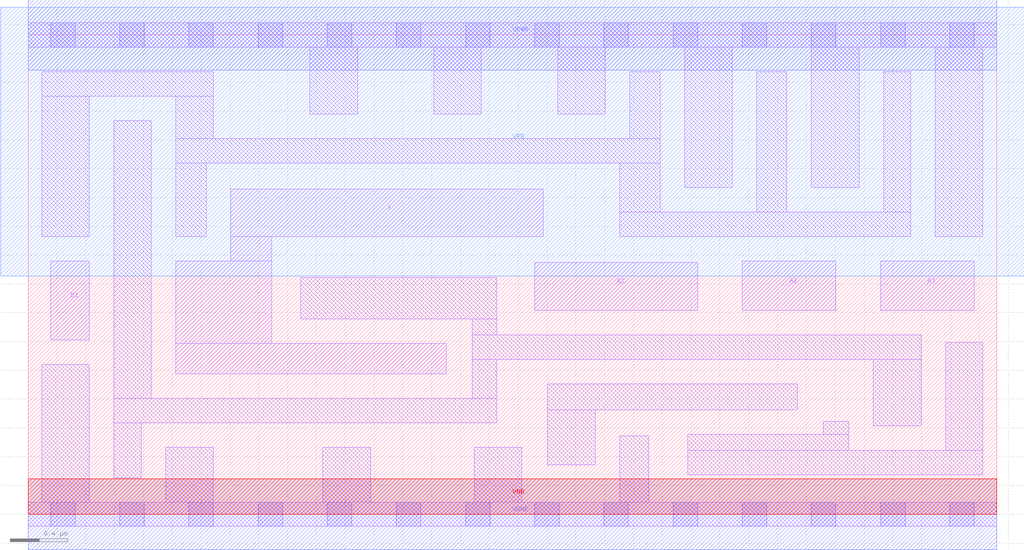
<source format=lef>
# Copyright 2020 The SkyWater PDK Authors
#
# Licensed under the Apache License, Version 2.0 (the "License");
# you may not use this file except in compliance with the License.
# You may obtain a copy of the License at
#
#     https://www.apache.org/licenses/LICENSE-2.0
#
# Unless required by applicable law or agreed to in writing, software
# distributed under the License is distributed on an "AS IS" BASIS,
# WITHOUT WARRANTIES OR CONDITIONS OF ANY KIND, either express or implied.
# See the License for the specific language governing permissions and
# limitations under the License.
#
# SPDX-License-Identifier: Apache-2.0

VERSION 5.7 ;
  NOWIREEXTENSIONATPIN ON ;
  DIVIDERCHAR "/" ;
  BUSBITCHARS "[]" ;
MACRO sky130_fd_sc_lp__a31o_4
  CLASS CORE ;
  FOREIGN sky130_fd_sc_lp__a31o_4 ;
  ORIGIN  0.000000  0.000000 ;
  SIZE  6.720000 BY  3.330000 ;
  SYMMETRY X Y R90 ;
  SITE unit ;
  PIN A1
    ANTENNAGATEAREA  0.630000 ;
    DIRECTION INPUT ;
    USE SIGNAL ;
    PORT
      LAYER li1 ;
        RECT 5.915000 1.415000 6.565000 1.760000 ;
    END
  END A1
  PIN A2
    ANTENNAGATEAREA  0.630000 ;
    DIRECTION INPUT ;
    USE SIGNAL ;
    PORT
      LAYER li1 ;
        RECT 4.955000 1.415000 5.605000 1.760000 ;
    END
  END A2
  PIN A3
    ANTENNAGATEAREA  0.630000 ;
    DIRECTION INPUT ;
    USE SIGNAL ;
    PORT
      LAYER li1 ;
        RECT 3.515000 1.415000 4.645000 1.750000 ;
    END
  END A3
  PIN B1
    ANTENNAGATEAREA  0.630000 ;
    DIRECTION INPUT ;
    USE SIGNAL ;
    PORT
      LAYER li1 ;
        RECT 0.155000 1.210000 0.425000 1.760000 ;
    END
  END B1
  PIN X
    ANTENNADIFFAREA  1.593200 ;
    DIRECTION OUTPUT ;
    USE SIGNAL ;
    PORT
      LAYER li1 ;
        RECT 1.025000 0.975000 2.900000 1.185000 ;
        RECT 1.025000 1.185000 1.690000 1.760000 ;
        RECT 1.405000 1.760000 1.690000 1.930000 ;
        RECT 1.405000 1.930000 3.575000 2.260000 ;
    END
  END X
  PIN VGND
    DIRECTION INOUT ;
    USE GROUND ;
    PORT
      LAYER met1 ;
        RECT 0.000000 -0.245000 6.720000 0.245000 ;
    END
  END VGND
  PIN VNB
    DIRECTION INOUT ;
    USE GROUND ;
    PORT
      LAYER pwell ;
        RECT 0.000000 0.000000 6.720000 0.245000 ;
    END
  END VNB
  PIN VPB
    DIRECTION INOUT ;
    USE POWER ;
    PORT
      LAYER nwell ;
        RECT -0.190000 1.655000 6.910000 3.520000 ;
    END
  END VPB
  PIN VPWR
    DIRECTION INOUT ;
    USE POWER ;
    PORT
      LAYER met1 ;
        RECT 0.000000 3.085000 6.720000 3.575000 ;
    END
  END VPWR
  OBS
    LAYER li1 ;
      RECT 0.000000 -0.085000 6.720000 0.085000 ;
      RECT 0.000000  3.245000 6.720000 3.415000 ;
      RECT 0.095000  0.085000 0.425000 1.040000 ;
      RECT 0.095000  1.930000 0.425000 2.905000 ;
      RECT 0.095000  2.905000 1.285000 3.075000 ;
      RECT 0.595000  0.255000 0.785000 0.635000 ;
      RECT 0.595000  0.635000 3.250000 0.805000 ;
      RECT 0.595000  0.805000 0.855000 2.735000 ;
      RECT 0.955000  0.085000 1.285000 0.465000 ;
      RECT 1.025000  1.930000 1.235000 2.440000 ;
      RECT 1.025000  2.440000 4.385000 2.610000 ;
      RECT 1.025000  2.610000 1.285000 2.905000 ;
      RECT 1.890000  1.355000 3.250000 1.645000 ;
      RECT 1.955000  2.780000 2.285000 3.245000 ;
      RECT 2.045000  0.085000 2.375000 0.465000 ;
      RECT 2.815000  2.780000 3.145000 3.245000 ;
      RECT 3.080000  0.805000 3.250000 1.075000 ;
      RECT 3.080000  1.075000 6.195000 1.245000 ;
      RECT 3.080000  1.245000 3.250000 1.355000 ;
      RECT 3.095000  0.085000 3.425000 0.465000 ;
      RECT 3.605000  0.345000 3.935000 0.725000 ;
      RECT 3.605000  0.725000 5.335000 0.905000 ;
      RECT 3.675000  2.780000 4.005000 3.245000 ;
      RECT 4.105000  0.085000 4.305000 0.545000 ;
      RECT 4.105000  1.930000 6.125000 2.100000 ;
      RECT 4.105000  2.100000 4.385000 2.440000 ;
      RECT 4.175000  2.610000 4.385000 3.075000 ;
      RECT 4.555000  2.270000 4.885000 3.245000 ;
      RECT 4.575000  0.275000 6.625000 0.445000 ;
      RECT 4.575000  0.445000 5.695000 0.555000 ;
      RECT 5.055000  2.100000 5.265000 3.075000 ;
      RECT 5.435000  2.270000 5.765000 3.245000 ;
      RECT 5.515000  0.555000 5.695000 0.645000 ;
      RECT 5.865000  0.615000 6.195000 1.075000 ;
      RECT 5.935000  2.100000 6.125000 3.075000 ;
      RECT 6.295000  1.930000 6.625000 3.245000 ;
      RECT 6.365000  0.445000 6.625000 1.195000 ;
    LAYER mcon ;
      RECT 0.155000 -0.085000 0.325000 0.085000 ;
      RECT 0.155000  3.245000 0.325000 3.415000 ;
      RECT 0.635000 -0.085000 0.805000 0.085000 ;
      RECT 0.635000  3.245000 0.805000 3.415000 ;
      RECT 1.115000 -0.085000 1.285000 0.085000 ;
      RECT 1.115000  3.245000 1.285000 3.415000 ;
      RECT 1.595000 -0.085000 1.765000 0.085000 ;
      RECT 1.595000  3.245000 1.765000 3.415000 ;
      RECT 2.075000 -0.085000 2.245000 0.085000 ;
      RECT 2.075000  3.245000 2.245000 3.415000 ;
      RECT 2.555000 -0.085000 2.725000 0.085000 ;
      RECT 2.555000  3.245000 2.725000 3.415000 ;
      RECT 3.035000 -0.085000 3.205000 0.085000 ;
      RECT 3.035000  3.245000 3.205000 3.415000 ;
      RECT 3.515000 -0.085000 3.685000 0.085000 ;
      RECT 3.515000  3.245000 3.685000 3.415000 ;
      RECT 3.995000 -0.085000 4.165000 0.085000 ;
      RECT 3.995000  3.245000 4.165000 3.415000 ;
      RECT 4.475000 -0.085000 4.645000 0.085000 ;
      RECT 4.475000  3.245000 4.645000 3.415000 ;
      RECT 4.955000 -0.085000 5.125000 0.085000 ;
      RECT 4.955000  3.245000 5.125000 3.415000 ;
      RECT 5.435000 -0.085000 5.605000 0.085000 ;
      RECT 5.435000  3.245000 5.605000 3.415000 ;
      RECT 5.915000 -0.085000 6.085000 0.085000 ;
      RECT 5.915000  3.245000 6.085000 3.415000 ;
      RECT 6.395000 -0.085000 6.565000 0.085000 ;
      RECT 6.395000  3.245000 6.565000 3.415000 ;
  END
END sky130_fd_sc_lp__a31o_4
END LIBRARY

</source>
